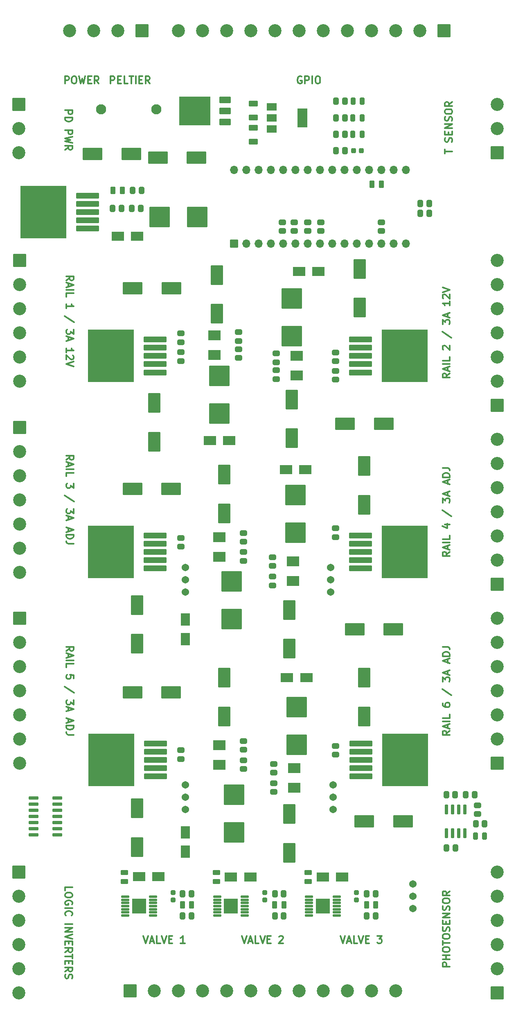
<source format=gts>
G04 #@! TF.GenerationSoftware,KiCad,Pcbnew,(6.0.5-0)*
G04 #@! TF.CreationDate,2023-01-20T14:12:10+00:00*
G04 #@! TF.ProjectId,pipcb,70697063-622e-46b6-9963-61645f706362,rev?*
G04 #@! TF.SameCoordinates,Original*
G04 #@! TF.FileFunction,Soldermask,Top*
G04 #@! TF.FilePolarity,Negative*
%FSLAX46Y46*%
G04 Gerber Fmt 4.6, Leading zero omitted, Abs format (unit mm)*
G04 Created by KiCad (PCBNEW (6.0.5-0)) date 2023-01-20 14:12:10*
%MOMM*%
%LPD*%
G01*
G04 APERTURE LIST*
G04 Aperture macros list*
%AMRoundRect*
0 Rectangle with rounded corners*
0 $1 Rounding radius*
0 $2 $3 $4 $5 $6 $7 $8 $9 X,Y pos of 4 corners*
0 Add a 4 corners polygon primitive as box body*
4,1,4,$2,$3,$4,$5,$6,$7,$8,$9,$2,$3,0*
0 Add four circle primitives for the rounded corners*
1,1,$1+$1,$2,$3*
1,1,$1+$1,$4,$5*
1,1,$1+$1,$6,$7*
1,1,$1+$1,$8,$9*
0 Add four rect primitives between the rounded corners*
20,1,$1+$1,$2,$3,$4,$5,0*
20,1,$1+$1,$4,$5,$6,$7,0*
20,1,$1+$1,$6,$7,$8,$9,0*
20,1,$1+$1,$8,$9,$2,$3,0*%
G04 Aperture macros list end*
%ADD10C,0.300000*%
%ADD11RoundRect,0.300000X-0.450000X0.262500X-0.450000X-0.262500X0.450000X-0.262500X0.450000X0.262500X0*%
%ADD12RoundRect,0.050000X-1.250000X0.950000X-1.250000X-0.950000X1.250000X-0.950000X1.250000X0.950000X0*%
%ADD13RoundRect,0.050000X1.300000X1.300000X-1.300000X1.300000X-1.300000X-1.300000X1.300000X-1.300000X0*%
%ADD14C,2.700000*%
%ADD15RoundRect,0.050000X1.250000X-0.950000X1.250000X0.950000X-1.250000X0.950000X-1.250000X-0.950000X0*%
%ADD16RoundRect,0.050000X1.300000X-1.300000X1.300000X1.300000X-1.300000X1.300000X-1.300000X-1.300000X0*%
%ADD17RoundRect,0.050000X-1.250000X-0.900000X1.250000X-0.900000X1.250000X0.900000X-1.250000X0.900000X0*%
%ADD18RoundRect,0.300000X1.000000X-1.750000X1.000000X1.750000X-1.000000X1.750000X-1.000000X-1.750000X0*%
%ADD19RoundRect,0.300000X0.450000X-0.262500X0.450000X0.262500X-0.450000X0.262500X-0.450000X-0.262500X0*%
%ADD20RoundRect,0.300000X0.475000X-0.250000X0.475000X0.250000X-0.475000X0.250000X-0.475000X-0.250000X0*%
%ADD21RoundRect,0.300000X-1.000000X1.750000X-1.000000X-1.750000X1.000000X-1.750000X1.000000X1.750000X0*%
%ADD22RoundRect,0.300000X-0.262500X-0.450000X0.262500X-0.450000X0.262500X0.450000X-0.262500X0.450000X0*%
%ADD23RoundRect,0.300000X1.750000X1.000000X-1.750000X1.000000X-1.750000X-1.000000X1.750000X-1.000000X0*%
%ADD24RoundRect,0.050000X-2.050000X2.050000X-2.050000X-2.050000X2.050000X-2.050000X2.050000X2.050000X0*%
%ADD25RoundRect,0.300000X-1.750000X-1.000000X1.750000X-1.000000X1.750000X1.000000X-1.750000X1.000000X0*%
%ADD26C,1.540000*%
%ADD27RoundRect,0.275000X-0.250000X0.225000X-0.250000X-0.225000X0.250000X-0.225000X0.250000X0.225000X0*%
%ADD28RoundRect,0.050000X1.250000X0.900000X-1.250000X0.900000X-1.250000X-0.900000X1.250000X-0.900000X0*%
%ADD29RoundRect,0.050000X-2.050000X-2.050000X2.050000X-2.050000X2.050000X2.050000X-2.050000X2.050000X0*%
%ADD30RoundRect,0.050000X-2.300000X-0.550000X2.300000X-0.550000X2.300000X0.550000X-2.300000X0.550000X0*%
%ADD31RoundRect,0.050000X-4.700000X-5.400000X4.700000X-5.400000X4.700000X5.400000X-4.700000X5.400000X0*%
%ADD32RoundRect,0.300000X-0.650000X0.325000X-0.650000X-0.325000X0.650000X-0.325000X0.650000X0.325000X0*%
%ADD33RoundRect,0.300000X-0.250000X-0.475000X0.250000X-0.475000X0.250000X0.475000X-0.250000X0.475000X0*%
%ADD34RoundRect,0.050000X1.100000X0.600000X-1.100000X0.600000X-1.100000X-0.600000X1.100000X-0.600000X0*%
%ADD35RoundRect,0.050000X3.200000X2.900000X-3.200000X2.900000X-3.200000X-2.900000X3.200000X-2.900000X0*%
%ADD36RoundRect,0.293750X0.243750X0.456250X-0.243750X0.456250X-0.243750X-0.456250X0.243750X-0.456250X0*%
%ADD37RoundRect,0.200000X0.150000X-0.825000X0.150000X0.825000X-0.150000X0.825000X-0.150000X-0.825000X0*%
%ADD38RoundRect,0.050000X2.300000X0.550000X-2.300000X0.550000X-2.300000X-0.550000X2.300000X-0.550000X0*%
%ADD39RoundRect,0.050000X4.700000X5.400000X-4.700000X5.400000X-4.700000X-5.400000X4.700000X-5.400000X0*%
%ADD40RoundRect,0.050000X-1.300000X1.300000X-1.300000X-1.300000X1.300000X-1.300000X1.300000X1.300000X0*%
%ADD41R,3.000000X3.100000*%
%ADD42RoundRect,0.150000X0.687500X0.100000X-0.687500X0.100000X-0.687500X-0.100000X0.687500X-0.100000X0*%
%ADD43RoundRect,0.300000X0.650000X-0.325000X0.650000X0.325000X-0.650000X0.325000X-0.650000X-0.325000X0*%
%ADD44RoundRect,0.050000X2.050000X-2.050000X2.050000X2.050000X-2.050000X2.050000X-2.050000X-2.050000X0*%
%ADD45RoundRect,0.200000X-0.825000X-0.150000X0.825000X-0.150000X0.825000X0.150000X-0.825000X0.150000X0*%
%ADD46RoundRect,0.050000X-1.300000X-1.300000X1.300000X-1.300000X1.300000X1.300000X-1.300000X1.300000X0*%
%ADD47RoundRect,0.050000X-1.000000X-0.750000X1.000000X-0.750000X1.000000X0.750000X-1.000000X0.750000X0*%
%ADD48RoundRect,0.050000X-1.000000X-1.900000X1.000000X-1.900000X1.000000X1.900000X-1.000000X1.900000X0*%
%ADD49RoundRect,0.293750X-0.243750X-0.456250X0.243750X-0.456250X0.243750X0.456250X-0.243750X0.456250X0*%
%ADD50RoundRect,0.300000X0.262500X0.450000X-0.262500X0.450000X-0.262500X-0.450000X0.262500X-0.450000X0*%
%ADD51RoundRect,0.268750X0.218750X0.256250X-0.218750X0.256250X-0.218750X-0.256250X0.218750X-0.256250X0*%
%ADD52C,2.100000*%
%ADD53RoundRect,0.050000X-0.900000X1.250000X-0.900000X-1.250000X0.900000X-1.250000X0.900000X1.250000X0*%
%ADD54RoundRect,0.050000X0.800000X-0.800000X0.800000X0.800000X-0.800000X0.800000X-0.800000X-0.800000X0*%
%ADD55O,1.700000X1.700000*%
%ADD56RoundRect,0.300000X0.250000X0.475000X-0.250000X0.475000X-0.250000X-0.475000X0.250000X-0.475000X0*%
G04 APERTURE END LIST*
D10*
X51642857Y-152678571D02*
X52142857Y-154178571D01*
X52642857Y-152678571D01*
X53071428Y-153750000D02*
X53785714Y-153750000D01*
X52928571Y-154178571D02*
X53428571Y-152678571D01*
X53928571Y-154178571D01*
X55142857Y-154178571D02*
X54428571Y-154178571D01*
X54428571Y-152678571D01*
X55428571Y-152678571D02*
X55928571Y-154178571D01*
X56428571Y-152678571D01*
X56928571Y-153392857D02*
X57428571Y-153392857D01*
X57642857Y-154178571D02*
X56928571Y-154178571D01*
X56928571Y-152678571D01*
X57642857Y-152678571D01*
X59357142Y-152821428D02*
X59428571Y-152750000D01*
X59571428Y-152678571D01*
X59928571Y-152678571D01*
X60071428Y-152750000D01*
X60142857Y-152821428D01*
X60214285Y-152964285D01*
X60214285Y-153107142D01*
X60142857Y-153321428D01*
X59285714Y-154178571D01*
X60214285Y-154178571D01*
X31267857Y-152678571D02*
X31767857Y-154178571D01*
X32267857Y-152678571D01*
X32696428Y-153750000D02*
X33410714Y-153750000D01*
X32553571Y-154178571D02*
X33053571Y-152678571D01*
X33553571Y-154178571D01*
X34767857Y-154178571D02*
X34053571Y-154178571D01*
X34053571Y-152678571D01*
X35053571Y-152678571D02*
X35553571Y-154178571D01*
X36053571Y-152678571D01*
X36553571Y-153392857D02*
X37053571Y-153392857D01*
X37267857Y-154178571D02*
X36553571Y-154178571D01*
X36553571Y-152678571D01*
X37267857Y-152678571D01*
X39839285Y-154178571D02*
X38982142Y-154178571D01*
X39410714Y-154178571D02*
X39410714Y-152678571D01*
X39267857Y-152892857D01*
X39125000Y-153035714D01*
X38982142Y-153107142D01*
X15321428Y-93749999D02*
X16035714Y-93249999D01*
X15321428Y-92892856D02*
X16821428Y-92892856D01*
X16821428Y-93464284D01*
X16750000Y-93607141D01*
X16678571Y-93678570D01*
X16535714Y-93749999D01*
X16321428Y-93749999D01*
X16178571Y-93678570D01*
X16107142Y-93607141D01*
X16035714Y-93464284D01*
X16035714Y-92892856D01*
X15750000Y-94321427D02*
X15750000Y-95035713D01*
X15321428Y-94178570D02*
X16821428Y-94678570D01*
X15321428Y-95178570D01*
X15321428Y-95678570D02*
X16821428Y-95678570D01*
X15321428Y-97107141D02*
X15321428Y-96392856D01*
X16821428Y-96392856D01*
X16821428Y-99464284D02*
X16821428Y-98749999D01*
X16107142Y-98678570D01*
X16178571Y-98749999D01*
X16250000Y-98892856D01*
X16250000Y-99249999D01*
X16178571Y-99392856D01*
X16107142Y-99464284D01*
X15964285Y-99535713D01*
X15607142Y-99535713D01*
X15464285Y-99464284D01*
X15392857Y-99392856D01*
X15321428Y-99249999D01*
X15321428Y-98892856D01*
X15392857Y-98749999D01*
X15464285Y-98678570D01*
X16892857Y-102392856D02*
X14964285Y-101107141D01*
X16821428Y-103892856D02*
X16821428Y-104821427D01*
X16250000Y-104321427D01*
X16250000Y-104535713D01*
X16178571Y-104678570D01*
X16107142Y-104749999D01*
X15964285Y-104821427D01*
X15607142Y-104821427D01*
X15464285Y-104749999D01*
X15392857Y-104678570D01*
X15321428Y-104535713D01*
X15321428Y-104107141D01*
X15392857Y-103964284D01*
X15464285Y-103892856D01*
X15750000Y-105392856D02*
X15750000Y-106107141D01*
X15321428Y-105249999D02*
X16821428Y-105749999D01*
X15321428Y-106249999D01*
X15749999Y-107821427D02*
X15749999Y-108535713D01*
X15321428Y-107678570D02*
X16821428Y-108178570D01*
X15321428Y-108678570D01*
X15321428Y-109178570D02*
X16821428Y-109178570D01*
X16821428Y-109535713D01*
X16749999Y-109749999D01*
X16607142Y-109892856D01*
X16464285Y-109964284D01*
X16178571Y-110035713D01*
X15964285Y-110035713D01*
X15678571Y-109964284D01*
X15535714Y-109892856D01*
X15392857Y-109749999D01*
X15321428Y-109535713D01*
X15321428Y-109178570D01*
X16821428Y-111107141D02*
X15749999Y-111107141D01*
X15535714Y-111035713D01*
X15392857Y-110892856D01*
X15321428Y-110678570D01*
X15321428Y-110535713D01*
X15321428Y-54250000D02*
X16035714Y-53750000D01*
X15321428Y-53392857D02*
X16821428Y-53392857D01*
X16821428Y-53964285D01*
X16750000Y-54107142D01*
X16678571Y-54178571D01*
X16535714Y-54250000D01*
X16321428Y-54250000D01*
X16178571Y-54178571D01*
X16107142Y-54107142D01*
X16035714Y-53964285D01*
X16035714Y-53392857D01*
X15750000Y-54821428D02*
X15750000Y-55535714D01*
X15321428Y-54678571D02*
X16821428Y-55178571D01*
X15321428Y-55678571D01*
X15321428Y-56178571D02*
X16821428Y-56178571D01*
X15321428Y-57607142D02*
X15321428Y-56892857D01*
X16821428Y-56892857D01*
X16821428Y-59107142D02*
X16821428Y-60035714D01*
X16250000Y-59535714D01*
X16250000Y-59750000D01*
X16178571Y-59892857D01*
X16107142Y-59964285D01*
X15964285Y-60035714D01*
X15607142Y-60035714D01*
X15464285Y-59964285D01*
X15392857Y-59892857D01*
X15321428Y-59750000D01*
X15321428Y-59321428D01*
X15392857Y-59178571D01*
X15464285Y-59107142D01*
X16892857Y-62892857D02*
X14964285Y-61607142D01*
X16821428Y-64392857D02*
X16821428Y-65321428D01*
X16250000Y-64821428D01*
X16250000Y-65035714D01*
X16178571Y-65178571D01*
X16107142Y-65250000D01*
X15964285Y-65321428D01*
X15607142Y-65321428D01*
X15464285Y-65250000D01*
X15392857Y-65178571D01*
X15321428Y-65035714D01*
X15321428Y-64607142D01*
X15392857Y-64464285D01*
X15464285Y-64392857D01*
X15750000Y-65892857D02*
X15750000Y-66607142D01*
X15321428Y-65750000D02*
X16821428Y-66250000D01*
X15321428Y-66750000D01*
X15749999Y-68321428D02*
X15749999Y-69035714D01*
X15321428Y-68178571D02*
X16821428Y-68678571D01*
X15321428Y-69178571D01*
X15321428Y-69678571D02*
X16821428Y-69678571D01*
X16821428Y-70035714D01*
X16749999Y-70250000D01*
X16607142Y-70392857D01*
X16464285Y-70464285D01*
X16178571Y-70535714D01*
X15964285Y-70535714D01*
X15678571Y-70464285D01*
X15535714Y-70392857D01*
X15392857Y-70250000D01*
X15321428Y-70035714D01*
X15321428Y-69678571D01*
X16821428Y-71607142D02*
X15749999Y-71607142D01*
X15535714Y-71535714D01*
X15392857Y-71392857D01*
X15321428Y-71178571D01*
X15321428Y-71035714D01*
X94678571Y-110250000D02*
X93964285Y-110750000D01*
X94678571Y-111107142D02*
X93178571Y-111107142D01*
X93178571Y-110535714D01*
X93250000Y-110392857D01*
X93321428Y-110321428D01*
X93464285Y-110250000D01*
X93678571Y-110250000D01*
X93821428Y-110321428D01*
X93892857Y-110392857D01*
X93964285Y-110535714D01*
X93964285Y-111107142D01*
X94250000Y-109678571D02*
X94250000Y-108964285D01*
X94678571Y-109821428D02*
X93178571Y-109321428D01*
X94678571Y-108821428D01*
X94678571Y-108321428D02*
X93178571Y-108321428D01*
X94678571Y-106892857D02*
X94678571Y-107607142D01*
X93178571Y-107607142D01*
X93178571Y-104607142D02*
X93178571Y-104892857D01*
X93250000Y-105035714D01*
X93321428Y-105107142D01*
X93535714Y-105250000D01*
X93821428Y-105321428D01*
X94392857Y-105321428D01*
X94535714Y-105250000D01*
X94607142Y-105178571D01*
X94678571Y-105035714D01*
X94678571Y-104750000D01*
X94607142Y-104607142D01*
X94535714Y-104535714D01*
X94392857Y-104464285D01*
X94035714Y-104464285D01*
X93892857Y-104535714D01*
X93821428Y-104607142D01*
X93750000Y-104750000D01*
X93750000Y-105035714D01*
X93821428Y-105178571D01*
X93892857Y-105250000D01*
X94035714Y-105321428D01*
X93107142Y-101607142D02*
X95035714Y-102892857D01*
X93178571Y-100107142D02*
X93178571Y-99178571D01*
X93750000Y-99678571D01*
X93750000Y-99464285D01*
X93821428Y-99321428D01*
X93892857Y-99250000D01*
X94035714Y-99178571D01*
X94392857Y-99178571D01*
X94535714Y-99250000D01*
X94607142Y-99321428D01*
X94678571Y-99464285D01*
X94678571Y-99892857D01*
X94607142Y-100035714D01*
X94535714Y-100107142D01*
X94250000Y-98607142D02*
X94250000Y-97892857D01*
X94678571Y-98750000D02*
X93178571Y-98250000D01*
X94678571Y-97750000D01*
X94250000Y-96178571D02*
X94250000Y-95464285D01*
X94678571Y-96321428D02*
X93178571Y-95821428D01*
X94678571Y-95321428D01*
X94678571Y-94821428D02*
X93178571Y-94821428D01*
X93178571Y-94464285D01*
X93250000Y-94250000D01*
X93392857Y-94107142D01*
X93535714Y-94035714D01*
X93821428Y-93964285D01*
X94035714Y-93964285D01*
X94321428Y-94035714D01*
X94464285Y-94107142D01*
X94607142Y-94250000D01*
X94678571Y-94464285D01*
X94678571Y-94821428D01*
X93178571Y-92892857D02*
X94250000Y-92892857D01*
X94464285Y-92964285D01*
X94607142Y-93107142D01*
X94678571Y-93321428D01*
X94678571Y-93464285D01*
X15071428Y18071428D02*
X16571428Y18071428D01*
X16571428Y17500000D01*
X16500000Y17357142D01*
X16428571Y17285714D01*
X16285714Y17214285D01*
X16071428Y17214285D01*
X15928571Y17285714D01*
X15857142Y17357142D01*
X15785714Y17500000D01*
X15785714Y18071428D01*
X15071428Y16571428D02*
X16571428Y16571428D01*
X16571428Y16214285D01*
X16500000Y16000000D01*
X16357142Y15857142D01*
X16214285Y15785714D01*
X15928571Y15714285D01*
X15714285Y15714285D01*
X15428571Y15785714D01*
X15285714Y15857142D01*
X15142857Y16000000D01*
X15071428Y16214285D01*
X15071428Y16571428D01*
X15071428Y13928571D02*
X16571428Y13928571D01*
X16571428Y13357142D01*
X16500000Y13214285D01*
X16428571Y13142857D01*
X16285714Y13071428D01*
X16071428Y13071428D01*
X15928571Y13142857D01*
X15857142Y13214285D01*
X15785714Y13357142D01*
X15785714Y13928571D01*
X16571428Y12571428D02*
X15071428Y12214285D01*
X16142857Y11928571D01*
X15071428Y11642857D01*
X16571428Y11285714D01*
X15071428Y9857142D02*
X15785714Y10357142D01*
X15071428Y10714285D02*
X16571428Y10714285D01*
X16571428Y10142857D01*
X16500000Y10000000D01*
X16428571Y9928571D01*
X16285714Y9857142D01*
X16071428Y9857142D01*
X15928571Y9928571D01*
X15857142Y10000000D01*
X15785714Y10142857D01*
X15785714Y10714285D01*
X72017857Y-152678571D02*
X72517857Y-154178571D01*
X73017857Y-152678571D01*
X73446428Y-153750000D02*
X74160714Y-153750000D01*
X73303571Y-154178571D02*
X73803571Y-152678571D01*
X74303571Y-154178571D01*
X75517857Y-154178571D02*
X74803571Y-154178571D01*
X74803571Y-152678571D01*
X75803571Y-152678571D02*
X76303571Y-154178571D01*
X76803571Y-152678571D01*
X77303571Y-153392857D02*
X77803571Y-153392857D01*
X78017857Y-154178571D02*
X77303571Y-154178571D01*
X77303571Y-152678571D01*
X78017857Y-152678571D01*
X79660714Y-152678571D02*
X80589285Y-152678571D01*
X80089285Y-153250000D01*
X80303571Y-153250000D01*
X80446428Y-153321428D01*
X80517857Y-153392857D01*
X80589285Y-153535714D01*
X80589285Y-153892857D01*
X80517857Y-154035714D01*
X80446428Y-154107142D01*
X80303571Y-154178571D01*
X79875000Y-154178571D01*
X79732142Y-154107142D01*
X79660714Y-154035714D01*
X24464285Y23571428D02*
X24464285Y25071428D01*
X25035714Y25071428D01*
X25178571Y25000000D01*
X25250000Y24928571D01*
X25321428Y24785714D01*
X25321428Y24571428D01*
X25250000Y24428571D01*
X25178571Y24357142D01*
X25035714Y24285714D01*
X24464285Y24285714D01*
X25964285Y24357142D02*
X26464285Y24357142D01*
X26678571Y23571428D02*
X25964285Y23571428D01*
X25964285Y25071428D01*
X26678571Y25071428D01*
X28035714Y23571428D02*
X27321428Y23571428D01*
X27321428Y25071428D01*
X28321428Y25071428D02*
X29178571Y25071428D01*
X28750000Y23571428D02*
X28750000Y25071428D01*
X29678571Y23571428D02*
X29678571Y25071428D01*
X30392857Y24357142D02*
X30892857Y24357142D01*
X31107142Y23571428D02*
X30392857Y23571428D01*
X30392857Y25071428D01*
X31107142Y25071428D01*
X32607142Y23571428D02*
X32107142Y24285714D01*
X31750000Y23571428D02*
X31750000Y25071428D01*
X32321428Y25071428D01*
X32464285Y25000000D01*
X32535714Y24928571D01*
X32607142Y24785714D01*
X32607142Y24571428D01*
X32535714Y24428571D01*
X32464285Y24357142D01*
X32321428Y24285714D01*
X31750000Y24285714D01*
X15035714Y23571428D02*
X15035714Y25071428D01*
X15607142Y25071428D01*
X15750000Y25000000D01*
X15821428Y24928571D01*
X15892857Y24785714D01*
X15892857Y24571428D01*
X15821428Y24428571D01*
X15750000Y24357142D01*
X15607142Y24285714D01*
X15035714Y24285714D01*
X16821428Y25071428D02*
X17107142Y25071428D01*
X17250000Y25000000D01*
X17392857Y24857142D01*
X17464285Y24571428D01*
X17464285Y24071428D01*
X17392857Y23785714D01*
X17250000Y23642857D01*
X17107142Y23571428D01*
X16821428Y23571428D01*
X16678571Y23642857D01*
X16535714Y23785714D01*
X16464285Y24071428D01*
X16464285Y24571428D01*
X16535714Y24857142D01*
X16678571Y25000000D01*
X16821428Y25071428D01*
X17964285Y25071428D02*
X18321428Y23571428D01*
X18607142Y24642857D01*
X18892857Y23571428D01*
X19250000Y25071428D01*
X19821428Y24357142D02*
X20321428Y24357142D01*
X20535714Y23571428D02*
X19821428Y23571428D01*
X19821428Y25071428D01*
X20535714Y25071428D01*
X22035714Y23571428D02*
X21535714Y24285714D01*
X21178571Y23571428D02*
X21178571Y25071428D01*
X21750000Y25071428D01*
X21892857Y25000000D01*
X21964285Y24928571D01*
X22035714Y24785714D01*
X22035714Y24571428D01*
X21964285Y24428571D01*
X21892857Y24357142D01*
X21750000Y24285714D01*
X21178571Y24285714D01*
X64000000Y25000000D02*
X63857142Y25071428D01*
X63642857Y25071428D01*
X63428571Y25000000D01*
X63285714Y24857142D01*
X63214285Y24714285D01*
X63142857Y24428571D01*
X63142857Y24214285D01*
X63214285Y23928571D01*
X63285714Y23785714D01*
X63428571Y23642857D01*
X63642857Y23571428D01*
X63785714Y23571428D01*
X64000000Y23642857D01*
X64071428Y23714285D01*
X64071428Y24214285D01*
X63785714Y24214285D01*
X64714285Y23571428D02*
X64714285Y25071428D01*
X65285714Y25071428D01*
X65428571Y25000000D01*
X65500000Y24928571D01*
X65571428Y24785714D01*
X65571428Y24571428D01*
X65500000Y24428571D01*
X65428571Y24357142D01*
X65285714Y24285714D01*
X64714285Y24285714D01*
X66214285Y23571428D02*
X66214285Y25071428D01*
X67214285Y25071428D02*
X67500000Y25071428D01*
X67642857Y25000000D01*
X67785714Y24857142D01*
X67857142Y24571428D01*
X67857142Y24071428D01*
X67785714Y23785714D01*
X67642857Y23642857D01*
X67500000Y23571428D01*
X67214285Y23571428D01*
X67071428Y23642857D01*
X66928571Y23785714D01*
X66857142Y24071428D01*
X66857142Y24571428D01*
X66928571Y24857142D01*
X67071428Y25000000D01*
X67214285Y25071428D01*
X94678571Y-36357143D02*
X93964285Y-36857143D01*
X94678571Y-37214286D02*
X93178571Y-37214286D01*
X93178571Y-36642858D01*
X93250000Y-36500001D01*
X93321428Y-36428572D01*
X93464285Y-36357143D01*
X93678571Y-36357143D01*
X93821428Y-36428572D01*
X93892857Y-36500001D01*
X93964285Y-36642858D01*
X93964285Y-37214286D01*
X94250000Y-35785715D02*
X94250000Y-35071429D01*
X94678571Y-35928572D02*
X93178571Y-35428572D01*
X94678571Y-34928572D01*
X94678571Y-34428572D02*
X93178571Y-34428572D01*
X94678571Y-33000001D02*
X94678571Y-33714286D01*
X93178571Y-33714286D01*
X93321428Y-31428572D02*
X93250000Y-31357143D01*
X93178571Y-31214286D01*
X93178571Y-30857143D01*
X93250000Y-30714286D01*
X93321428Y-30642858D01*
X93464285Y-30571429D01*
X93607142Y-30571429D01*
X93821428Y-30642858D01*
X94678571Y-31500001D01*
X94678571Y-30571429D01*
X93107142Y-27714286D02*
X95035714Y-29000001D01*
X93178571Y-26214286D02*
X93178571Y-25285715D01*
X93750000Y-25785715D01*
X93750000Y-25571429D01*
X93821428Y-25428572D01*
X93892857Y-25357143D01*
X94035714Y-25285715D01*
X94392857Y-25285715D01*
X94535714Y-25357143D01*
X94607142Y-25428572D01*
X94678571Y-25571429D01*
X94678571Y-26000001D01*
X94607142Y-26142858D01*
X94535714Y-26214286D01*
X94250000Y-24714286D02*
X94250000Y-24000001D01*
X94678571Y-24857143D02*
X93178571Y-24357143D01*
X94678571Y-23857143D01*
X94678571Y-21428572D02*
X94678571Y-22285715D01*
X94678571Y-21857143D02*
X93178571Y-21857143D01*
X93392857Y-22000001D01*
X93535714Y-22142858D01*
X93607142Y-22285715D01*
X93321428Y-20857143D02*
X93250000Y-20785715D01*
X93178571Y-20642858D01*
X93178571Y-20285715D01*
X93250000Y-20142858D01*
X93321428Y-20071429D01*
X93464285Y-20000001D01*
X93607142Y-20000001D01*
X93821428Y-20071429D01*
X94678571Y-20928572D01*
X94678571Y-20000001D01*
X93178571Y-19571429D02*
X94678571Y-19071429D01*
X93178571Y-18571429D01*
X94678571Y-159000000D02*
X93178571Y-159000000D01*
X93178571Y-158428571D01*
X93250000Y-158285714D01*
X93321428Y-158214285D01*
X93464285Y-158142857D01*
X93678571Y-158142857D01*
X93821428Y-158214285D01*
X93892857Y-158285714D01*
X93964285Y-158428571D01*
X93964285Y-159000000D01*
X94678571Y-157500000D02*
X93178571Y-157500000D01*
X93892857Y-157500000D02*
X93892857Y-156642857D01*
X94678571Y-156642857D02*
X93178571Y-156642857D01*
X93178571Y-155642857D02*
X93178571Y-155357142D01*
X93250000Y-155214285D01*
X93392857Y-155071428D01*
X93678571Y-155000000D01*
X94178571Y-155000000D01*
X94464285Y-155071428D01*
X94607142Y-155214285D01*
X94678571Y-155357142D01*
X94678571Y-155642857D01*
X94607142Y-155785714D01*
X94464285Y-155928571D01*
X94178571Y-156000000D01*
X93678571Y-156000000D01*
X93392857Y-155928571D01*
X93250000Y-155785714D01*
X93178571Y-155642857D01*
X93178571Y-154571428D02*
X93178571Y-153714285D01*
X94678571Y-154142857D02*
X93178571Y-154142857D01*
X93178571Y-152928571D02*
X93178571Y-152642857D01*
X93250000Y-152500000D01*
X93392857Y-152357142D01*
X93678571Y-152285714D01*
X94178571Y-152285714D01*
X94464285Y-152357142D01*
X94607142Y-152500000D01*
X94678571Y-152642857D01*
X94678571Y-152928571D01*
X94607142Y-153071428D01*
X94464285Y-153214285D01*
X94178571Y-153285714D01*
X93678571Y-153285714D01*
X93392857Y-153214285D01*
X93250000Y-153071428D01*
X93178571Y-152928571D01*
X94607142Y-151714285D02*
X94678571Y-151500000D01*
X94678571Y-151142857D01*
X94607142Y-151000000D01*
X94535714Y-150928571D01*
X94392857Y-150857142D01*
X94250000Y-150857142D01*
X94107142Y-150928571D01*
X94035714Y-151000000D01*
X93964285Y-151142857D01*
X93892857Y-151428571D01*
X93821428Y-151571428D01*
X93750000Y-151642857D01*
X93607142Y-151714285D01*
X93464285Y-151714285D01*
X93321428Y-151642857D01*
X93250000Y-151571428D01*
X93178571Y-151428571D01*
X93178571Y-151071428D01*
X93250000Y-150857142D01*
X93892857Y-150214285D02*
X93892857Y-149714285D01*
X94678571Y-149500000D02*
X94678571Y-150214285D01*
X93178571Y-150214285D01*
X93178571Y-149500000D01*
X94678571Y-148857142D02*
X93178571Y-148857142D01*
X94678571Y-148000000D01*
X93178571Y-148000000D01*
X94607142Y-147357142D02*
X94678571Y-147142857D01*
X94678571Y-146785714D01*
X94607142Y-146642857D01*
X94535714Y-146571428D01*
X94392857Y-146500000D01*
X94250000Y-146500000D01*
X94107142Y-146571428D01*
X94035714Y-146642857D01*
X93964285Y-146785714D01*
X93892857Y-147071428D01*
X93821428Y-147214285D01*
X93750000Y-147285714D01*
X93607142Y-147357142D01*
X93464285Y-147357142D01*
X93321428Y-147285714D01*
X93250000Y-147214285D01*
X93178571Y-147071428D01*
X93178571Y-146714285D01*
X93250000Y-146500000D01*
X93178571Y-145571428D02*
X93178571Y-145285714D01*
X93250000Y-145142857D01*
X93392857Y-145000000D01*
X93678571Y-144928571D01*
X94178571Y-144928571D01*
X94464285Y-145000000D01*
X94607142Y-145142857D01*
X94678571Y-145285714D01*
X94678571Y-145571428D01*
X94607142Y-145714285D01*
X94464285Y-145857142D01*
X94178571Y-145928571D01*
X93678571Y-145928571D01*
X93392857Y-145857142D01*
X93250000Y-145714285D01*
X93178571Y-145571428D01*
X94678571Y-143428571D02*
X93964285Y-143928571D01*
X94678571Y-144285714D02*
X93178571Y-144285714D01*
X93178571Y-143714285D01*
X93250000Y-143571428D01*
X93321428Y-143500000D01*
X93464285Y-143428571D01*
X93678571Y-143428571D01*
X93821428Y-143500000D01*
X93892857Y-143571428D01*
X93964285Y-143714285D01*
X93964285Y-144285714D01*
X15071428Y-143321428D02*
X15071428Y-142607142D01*
X16571428Y-142607142D01*
X16571428Y-144107142D02*
X16571428Y-144392857D01*
X16500000Y-144535714D01*
X16357142Y-144678571D01*
X16071428Y-144750000D01*
X15571428Y-144750000D01*
X15285714Y-144678571D01*
X15142857Y-144535714D01*
X15071428Y-144392857D01*
X15071428Y-144107142D01*
X15142857Y-143964285D01*
X15285714Y-143821428D01*
X15571428Y-143750000D01*
X16071428Y-143750000D01*
X16357142Y-143821428D01*
X16500000Y-143964285D01*
X16571428Y-144107142D01*
X16500000Y-146178571D02*
X16571428Y-146035714D01*
X16571428Y-145821428D01*
X16500000Y-145607142D01*
X16357142Y-145464285D01*
X16214285Y-145392857D01*
X15928571Y-145321428D01*
X15714285Y-145321428D01*
X15428571Y-145392857D01*
X15285714Y-145464285D01*
X15142857Y-145607142D01*
X15071428Y-145821428D01*
X15071428Y-145964285D01*
X15142857Y-146178571D01*
X15214285Y-146250000D01*
X15714285Y-146250000D01*
X15714285Y-145964285D01*
X15071428Y-146892857D02*
X16571428Y-146892857D01*
X15214285Y-148464285D02*
X15142857Y-148392857D01*
X15071428Y-148178571D01*
X15071428Y-148035714D01*
X15142857Y-147821428D01*
X15285714Y-147678571D01*
X15428571Y-147607142D01*
X15714285Y-147535714D01*
X15928571Y-147535714D01*
X16214285Y-147607142D01*
X16357142Y-147678571D01*
X16500000Y-147821428D01*
X16571428Y-148035714D01*
X16571428Y-148178571D01*
X16500000Y-148392857D01*
X16428571Y-148464285D01*
X15071428Y-150250000D02*
X16571428Y-150250000D01*
X15071428Y-150964285D02*
X16571428Y-150964285D01*
X15071428Y-151821428D01*
X16571428Y-151821428D01*
X16571428Y-152321428D02*
X15071428Y-152821428D01*
X16571428Y-153321428D01*
X15857142Y-153821428D02*
X15857142Y-154321428D01*
X15071428Y-154535714D02*
X15071428Y-153821428D01*
X16571428Y-153821428D01*
X16571428Y-154535714D01*
X15071428Y-156035714D02*
X15785714Y-155535714D01*
X15071428Y-155178571D02*
X16571428Y-155178571D01*
X16571428Y-155750000D01*
X16500000Y-155892857D01*
X16428571Y-155964285D01*
X16285714Y-156035714D01*
X16071428Y-156035714D01*
X15928571Y-155964285D01*
X15857142Y-155892857D01*
X15785714Y-155750000D01*
X15785714Y-155178571D01*
X16571428Y-156464285D02*
X16571428Y-157321428D01*
X15071428Y-156892857D02*
X16571428Y-156892857D01*
X15857142Y-157821428D02*
X15857142Y-158321428D01*
X15071428Y-158535714D02*
X15071428Y-157821428D01*
X16571428Y-157821428D01*
X16571428Y-158535714D01*
X15071428Y-160035714D02*
X15785714Y-159535714D01*
X15071428Y-159178571D02*
X16571428Y-159178571D01*
X16571428Y-159750000D01*
X16499999Y-159892857D01*
X16428571Y-159964285D01*
X16285714Y-160035714D01*
X16071428Y-160035714D01*
X15928571Y-159964285D01*
X15857142Y-159892857D01*
X15785714Y-159750000D01*
X15785714Y-159178571D01*
X15142857Y-160607142D02*
X15071428Y-160821428D01*
X15071428Y-161178571D01*
X15142857Y-161321428D01*
X15214285Y-161392857D01*
X15357142Y-161464285D01*
X15499999Y-161464285D01*
X15642857Y-161392857D01*
X15714285Y-161321428D01*
X15785714Y-161178571D01*
X15857142Y-160892857D01*
X15928571Y-160750000D01*
X15999999Y-160678571D01*
X16142857Y-160607142D01*
X16285714Y-160607142D01*
X16428571Y-160678571D01*
X16499999Y-160750000D01*
X16571428Y-160892857D01*
X16571428Y-161250000D01*
X16499999Y-161464285D01*
X15321428Y-17142858D02*
X16035714Y-16642858D01*
X15321428Y-16285715D02*
X16821428Y-16285715D01*
X16821428Y-16857143D01*
X16750000Y-17000001D01*
X16678571Y-17071429D01*
X16535714Y-17142858D01*
X16321428Y-17142858D01*
X16178571Y-17071429D01*
X16107142Y-17000001D01*
X16035714Y-16857143D01*
X16035714Y-16285715D01*
X15750000Y-17714286D02*
X15750000Y-18428572D01*
X15321428Y-17571429D02*
X16821428Y-18071429D01*
X15321428Y-18571429D01*
X15321428Y-19071429D02*
X16821428Y-19071429D01*
X15321428Y-20500001D02*
X15321428Y-19785715D01*
X16821428Y-19785715D01*
X15321428Y-22928572D02*
X15321428Y-22071429D01*
X15321428Y-22500001D02*
X16821428Y-22500001D01*
X16607142Y-22357143D01*
X16464285Y-22214286D01*
X16392857Y-22071429D01*
X16892857Y-25785715D02*
X14964285Y-24500000D01*
X16821428Y-27285715D02*
X16821428Y-28214286D01*
X16250000Y-27714286D01*
X16250000Y-27928572D01*
X16178571Y-28071429D01*
X16107142Y-28142858D01*
X15964285Y-28214286D01*
X15607142Y-28214286D01*
X15464285Y-28142858D01*
X15392857Y-28071429D01*
X15321428Y-27928572D01*
X15321428Y-27500001D01*
X15392857Y-27357143D01*
X15464285Y-27285715D01*
X15750000Y-28785715D02*
X15750000Y-29500001D01*
X15321428Y-28642858D02*
X16821428Y-29142858D01*
X15321428Y-29642858D01*
X15321428Y-32071429D02*
X15321428Y-31214286D01*
X15321428Y-31642858D02*
X16821428Y-31642858D01*
X16607142Y-31500001D01*
X16464285Y-31357143D01*
X16392857Y-31214286D01*
X16678571Y-32642858D02*
X16749999Y-32714286D01*
X16821428Y-32857143D01*
X16821428Y-33214286D01*
X16749999Y-33357143D01*
X16678571Y-33428572D01*
X16535714Y-33500001D01*
X16392857Y-33500001D01*
X16178571Y-33428572D01*
X15321428Y-32571429D01*
X15321428Y-33500001D01*
X16821428Y-33928572D02*
X15321428Y-34428572D01*
X16821428Y-34928572D01*
X94678571Y-73250001D02*
X93964285Y-73750001D01*
X94678571Y-74107143D02*
X93178571Y-74107143D01*
X93178571Y-73535715D01*
X93250000Y-73392858D01*
X93321428Y-73321429D01*
X93464285Y-73250001D01*
X93678571Y-73250001D01*
X93821428Y-73321429D01*
X93892857Y-73392858D01*
X93964285Y-73535715D01*
X93964285Y-74107143D01*
X94250000Y-72678572D02*
X94250000Y-71964286D01*
X94678571Y-72821429D02*
X93178571Y-72321429D01*
X94678571Y-71821429D01*
X94678571Y-71321429D02*
X93178571Y-71321429D01*
X94678571Y-69892858D02*
X94678571Y-70607143D01*
X93178571Y-70607143D01*
X93678571Y-67607143D02*
X94678571Y-67607143D01*
X93107142Y-67964286D02*
X94178571Y-68321429D01*
X94178571Y-67392858D01*
X93107142Y-64607143D02*
X95035714Y-65892858D01*
X93178571Y-63107143D02*
X93178571Y-62178572D01*
X93750000Y-62678572D01*
X93750000Y-62464286D01*
X93821428Y-62321429D01*
X93892857Y-62250001D01*
X94035714Y-62178572D01*
X94392857Y-62178572D01*
X94535714Y-62250001D01*
X94607142Y-62321429D01*
X94678571Y-62464286D01*
X94678571Y-62892858D01*
X94607142Y-63035715D01*
X94535714Y-63107143D01*
X94250000Y-61607143D02*
X94250000Y-60892858D01*
X94678571Y-61750001D02*
X93178571Y-61250001D01*
X94678571Y-60750001D01*
X94250000Y-59178572D02*
X94250000Y-58464286D01*
X94678571Y-59321429D02*
X93178571Y-58821429D01*
X94678571Y-58321429D01*
X94678571Y-57821429D02*
X93178571Y-57821429D01*
X93178571Y-57464286D01*
X93250000Y-57250001D01*
X93392857Y-57107143D01*
X93535714Y-57035715D01*
X93821428Y-56964286D01*
X94035714Y-56964286D01*
X94321428Y-57035715D01*
X94464285Y-57107143D01*
X94607142Y-57250001D01*
X94678571Y-57464286D01*
X94678571Y-57821429D01*
X93178571Y-55892858D02*
X94250000Y-55892858D01*
X94464285Y-55964286D01*
X94607142Y-56107143D01*
X94678571Y-56321429D01*
X94678571Y-56464286D01*
X93678571Y9071428D02*
X93678571Y9928571D01*
X95178571Y9500000D02*
X93678571Y9500000D01*
X95107142Y11500000D02*
X95178571Y11714285D01*
X95178571Y12071428D01*
X95107142Y12214285D01*
X95035714Y12285714D01*
X94892857Y12357142D01*
X94750000Y12357142D01*
X94607142Y12285714D01*
X94535714Y12214285D01*
X94464285Y12071428D01*
X94392857Y11785714D01*
X94321428Y11642857D01*
X94250000Y11571428D01*
X94107142Y11500000D01*
X93964285Y11500000D01*
X93821428Y11571428D01*
X93750000Y11642857D01*
X93678571Y11785714D01*
X93678571Y12142857D01*
X93750000Y12357142D01*
X94392857Y13000000D02*
X94392857Y13500000D01*
X95178571Y13714285D02*
X95178571Y13000000D01*
X93678571Y13000000D01*
X93678571Y13714285D01*
X95178571Y14357142D02*
X93678571Y14357142D01*
X95178571Y15214285D01*
X93678571Y15214285D01*
X95107142Y15857142D02*
X95178571Y16071428D01*
X95178571Y16428571D01*
X95107142Y16571428D01*
X95035714Y16642857D01*
X94892857Y16714285D01*
X94750000Y16714285D01*
X94607142Y16642857D01*
X94535714Y16571428D01*
X94464285Y16428571D01*
X94392857Y16142857D01*
X94321428Y16000000D01*
X94250000Y15928571D01*
X94107142Y15857142D01*
X93964285Y15857142D01*
X93821428Y15928571D01*
X93750000Y16000000D01*
X93678571Y16142857D01*
X93678571Y16500000D01*
X93750000Y16714285D01*
X93678571Y17642857D02*
X93678571Y17928571D01*
X93750000Y18071428D01*
X93892857Y18214285D01*
X94178571Y18285714D01*
X94678571Y18285714D01*
X94964285Y18214285D01*
X95107142Y18071428D01*
X95178571Y17928571D01*
X95178571Y17642857D01*
X95107142Y17500000D01*
X94964285Y17357142D01*
X94678571Y17285714D01*
X94178571Y17285714D01*
X93892857Y17357142D01*
X93750000Y17500000D01*
X93678571Y17642857D01*
X95178571Y19785714D02*
X94464285Y19285714D01*
X95178571Y18928571D02*
X93678571Y18928571D01*
X93678571Y19500000D01*
X93750000Y19642857D01*
X93821428Y19714285D01*
X93964285Y19785714D01*
X94178571Y19785714D01*
X94321428Y19714285D01*
X94392857Y19642857D01*
X94464285Y19500000D01*
X94464285Y18928571D01*
D11*
X68000000Y-5087500D03*
X68000000Y-6912500D03*
D12*
X63000000Y-32700000D03*
X63000000Y-36800000D03*
D13*
X31000000Y34500000D03*
D14*
X26000000Y34500000D03*
X21000000Y34500000D03*
X16000000Y34500000D03*
D15*
X46000000Y-32575000D03*
X46000000Y-28475000D03*
D16*
X104500000Y-80000000D03*
D14*
X104500000Y-75000000D03*
X104500000Y-70000000D03*
X104500000Y-65000000D03*
X104500000Y-60000000D03*
X104500000Y-55000000D03*
X104500000Y-50000000D03*
D11*
X51000000Y-31337500D03*
X51000000Y-33162500D03*
D17*
X49387500Y-140500000D03*
X53387500Y-140500000D03*
D18*
X46500000Y-24000000D03*
X46500000Y-16000000D03*
D19*
X39000000Y-72187500D03*
X39000000Y-70362500D03*
D20*
X27387500Y-141450000D03*
X27387500Y-139550000D03*
D21*
X62000000Y-41750000D03*
X62000000Y-49750000D03*
D22*
X39387500Y-144000000D03*
X41212500Y-144000000D03*
X77475000Y-148500000D03*
X79300000Y-148500000D03*
D18*
X76000000Y-22750000D03*
X76000000Y-14750000D03*
D23*
X37000000Y-102275000D03*
X29000000Y-102275000D03*
D18*
X48000000Y-107275000D03*
X48000000Y-99275000D03*
D24*
X63000000Y-105375000D03*
X63000000Y-113175000D03*
D15*
X47000000Y-74325000D03*
X47000000Y-70225000D03*
D22*
X28893750Y-2250000D03*
X30718750Y-2250000D03*
D25*
X20750000Y9000000D03*
X28750000Y9000000D03*
D26*
X70000000Y-76450000D03*
X70000000Y-78990000D03*
X70000000Y-81530000D03*
D27*
X56387500Y-143725000D03*
X56387500Y-145275000D03*
D28*
X65000000Y-99275000D03*
X61000000Y-99275000D03*
D17*
X30387500Y-140450000D03*
X34387500Y-140450000D03*
D26*
X40000000Y-121450000D03*
X40000000Y-123990000D03*
X40000000Y-126530000D03*
D21*
X61500000Y-127500000D03*
X61500000Y-135500000D03*
D19*
X100375000Y-127500000D03*
X100375000Y-125675000D03*
D29*
X34600000Y-4000000D03*
X42400000Y-4000000D03*
D16*
X104500000Y-117000000D03*
D14*
X104500000Y-112000000D03*
X104500000Y-107000000D03*
X104500000Y-102000000D03*
X104500000Y-97000000D03*
X104500000Y-92000000D03*
X104500000Y-87000000D03*
D16*
X104500000Y9250000D03*
D14*
X104500000Y14250000D03*
X104500000Y19250000D03*
D11*
X65250000Y-5087500D03*
X65250000Y-6912500D03*
D30*
X76225000Y-69850000D03*
X76225000Y-71550000D03*
D31*
X85375000Y-73250000D03*
D30*
X76225000Y-73250000D03*
X76225000Y-74950000D03*
X76225000Y-76650000D03*
D28*
X29950000Y-8000000D03*
X25950000Y-8000000D03*
D11*
X52000000Y-112362500D03*
X52000000Y-114187500D03*
D32*
X54000000Y14475000D03*
X54000000Y11525000D03*
D25*
X75000000Y-89275000D03*
X83000000Y-89275000D03*
D33*
X39350000Y-146250000D03*
X41250000Y-146250000D03*
D19*
X71000000Y-115187500D03*
X71000000Y-113362500D03*
D34*
X48200000Y15632500D03*
X48200000Y17912500D03*
D35*
X41900000Y17912500D03*
D34*
X48200000Y20192500D03*
D15*
X47000000Y-117325000D03*
X47000000Y-113225000D03*
D22*
X58475000Y-144000000D03*
X60300000Y-144000000D03*
D24*
X62750000Y-61500000D03*
X62750000Y-69300000D03*
D36*
X76500000Y13083334D03*
X74625000Y13083334D03*
D37*
X93970000Y-131475000D03*
X95240000Y-131475000D03*
X96510000Y-131475000D03*
X97780000Y-131475000D03*
X97780000Y-126525000D03*
X96510000Y-126525000D03*
X95240000Y-126525000D03*
X93970000Y-126525000D03*
D18*
X77000000Y-107275000D03*
X77000000Y-99275000D03*
D16*
X104500000Y-43000000D03*
D14*
X104500000Y-38000000D03*
X104500000Y-33000000D03*
X104500000Y-28000000D03*
X104500000Y-23000000D03*
X104500000Y-18000000D03*
X104500000Y-13000000D03*
D38*
X33775000Y-119675000D03*
X33775000Y-117975000D03*
X33775000Y-116275000D03*
D39*
X24625000Y-116275000D03*
D38*
X33775000Y-114575000D03*
X33775000Y-112875000D03*
D19*
X71000000Y-70187500D03*
X71000000Y-68362500D03*
D38*
X33725000Y-76675000D03*
X33725000Y-74975000D03*
X33725000Y-73275000D03*
D39*
X24575000Y-73275000D03*
D38*
X33725000Y-71575000D03*
X33725000Y-69875000D03*
D12*
X62500000Y-117950000D03*
X62500000Y-122050000D03*
D11*
X52000000Y-73275000D03*
X52000000Y-75100000D03*
D40*
X5500000Y-139500000D03*
D14*
X5500000Y-144500000D03*
X5500000Y-149500000D03*
X5500000Y-154500000D03*
X5500000Y-159500000D03*
X5500000Y-164500000D03*
D24*
X62000000Y-20850000D03*
X62000000Y-28650000D03*
D22*
X71127500Y19916666D03*
X72952500Y19916666D03*
X94000000Y-134500000D03*
X95825000Y-134500000D03*
D25*
X77000000Y-129000000D03*
X85000000Y-129000000D03*
D23*
X42250000Y8250000D03*
X34250000Y8250000D03*
D11*
X39050000Y-31975000D03*
X39050000Y-33800000D03*
D18*
X77000000Y-63500000D03*
X77000000Y-55500000D03*
D41*
X68387500Y-146500000D03*
D42*
X71250000Y-148450000D03*
X71250000Y-147800000D03*
X71250000Y-147150000D03*
X71250000Y-146500000D03*
X71250000Y-145850000D03*
X71250000Y-145200000D03*
X71250000Y-144550000D03*
X65525000Y-144550000D03*
X65525000Y-145200000D03*
X65525000Y-145850000D03*
X65525000Y-146500000D03*
X65525000Y-147150000D03*
X65525000Y-147800000D03*
X65525000Y-148450000D03*
D43*
X54000000Y16525000D03*
X54000000Y19475000D03*
D33*
X25000000Y1500000D03*
X26900000Y1500000D03*
D21*
X33550000Y-42475000D03*
X33550000Y-50475000D03*
D19*
X58750000Y-37537500D03*
X58750000Y-35712500D03*
D40*
X5640000Y-13000000D03*
D14*
X5640000Y-18000000D03*
X5640000Y-23000000D03*
X5640000Y-28000000D03*
X5640000Y-33000000D03*
X5640000Y-38000000D03*
D44*
X47000000Y-44650000D03*
X47000000Y-36850000D03*
D38*
X33725000Y-36150000D03*
X33725000Y-34450000D03*
X33725000Y-32750000D03*
D39*
X24575000Y-32750000D03*
D38*
X33725000Y-31050000D03*
X33725000Y-29350000D03*
D11*
X52000000Y-69362500D03*
X52000000Y-71187500D03*
D19*
X39000000Y-116100000D03*
X39000000Y-114275000D03*
D30*
X76225000Y-29350000D03*
X76225000Y-31050000D03*
D31*
X85375000Y-32750000D03*
D30*
X76225000Y-32750000D03*
X76225000Y-34450000D03*
X76225000Y-36150000D03*
D28*
X67500000Y-15250000D03*
X63500000Y-15250000D03*
D41*
X49387500Y-146500000D03*
D42*
X52250000Y-148450000D03*
X52250000Y-147800000D03*
X52250000Y-147150000D03*
X52250000Y-146500000D03*
X52250000Y-145850000D03*
X52250000Y-145200000D03*
X52250000Y-144550000D03*
X46525000Y-144550000D03*
X46525000Y-145200000D03*
X46525000Y-145850000D03*
X46525000Y-146500000D03*
X46525000Y-147150000D03*
X46525000Y-147800000D03*
X46525000Y-148450000D03*
D11*
X52000000Y-116362500D03*
X52000000Y-118187500D03*
D40*
X5640000Y-47500000D03*
D14*
X5640000Y-52500000D03*
X5640000Y-57500000D03*
X5640000Y-62500000D03*
X5640000Y-67500000D03*
X5640000Y-72500000D03*
X5640000Y-77500000D03*
D22*
X93962500Y-123500000D03*
X95787500Y-123500000D03*
D45*
X8525000Y-124190000D03*
X8525000Y-125460000D03*
X8525000Y-126730000D03*
X8525000Y-128000000D03*
X8525000Y-129270000D03*
X8525000Y-130540000D03*
X8525000Y-131810000D03*
X13475000Y-131810000D03*
X13475000Y-130540000D03*
X13475000Y-129270000D03*
X13475000Y-128000000D03*
X13475000Y-126730000D03*
X13475000Y-125460000D03*
X13475000Y-124190000D03*
D23*
X37050000Y-18750000D03*
X29050000Y-18750000D03*
D17*
X68387500Y-140500000D03*
X72387500Y-140500000D03*
D20*
X46387500Y-141450000D03*
X46387500Y-139550000D03*
D26*
X70500000Y-121450000D03*
X70500000Y-123990000D03*
X70500000Y-126530000D03*
D46*
X28500000Y-164000000D03*
D14*
X33500000Y-164000000D03*
X38500000Y-164000000D03*
X43500000Y-164000000D03*
X48500000Y-164000000D03*
X53500000Y-164000000D03*
X58500000Y-164000000D03*
X63500000Y-164000000D03*
X68500000Y-164000000D03*
X73500000Y-164000000D03*
X78500000Y-164000000D03*
X83500000Y-164000000D03*
D19*
X58750000Y-34037500D03*
X58750000Y-32212500D03*
D21*
X30000000Y-126275000D03*
X30000000Y-134275000D03*
D38*
X19725000Y-6400000D03*
X19725000Y-4700000D03*
X19725000Y-3000000D03*
D39*
X10575000Y-3000000D03*
D38*
X19725000Y-1300000D03*
X19725000Y400000D03*
D47*
X57850000Y18800000D03*
X57850000Y16500000D03*
D48*
X64150000Y16500000D03*
D47*
X57850000Y14200000D03*
D44*
X49500000Y-87175000D03*
X49500000Y-79375000D03*
D22*
X39387500Y-148500000D03*
X41212500Y-148500000D03*
D49*
X100000000Y-132000000D03*
X101875000Y-132000000D03*
D50*
X72952500Y13083334D03*
X71127500Y13083334D03*
D11*
X71000000Y-35837500D03*
X71000000Y-37662500D03*
D33*
X58437500Y-146250000D03*
X60337500Y-146250000D03*
D30*
X76275000Y-112875000D03*
X76275000Y-114575000D03*
D31*
X85425000Y-116275000D03*
D30*
X76275000Y-116275000D03*
X76275000Y-117975000D03*
X76275000Y-119675000D03*
D25*
X73000000Y-46750000D03*
X81000000Y-46750000D03*
D36*
X76500000Y16500000D03*
X74625000Y16500000D03*
D51*
X76350000Y9666666D03*
X74775000Y9666666D03*
D41*
X30387500Y-146500000D03*
D42*
X33250000Y-148450000D03*
X33250000Y-147800000D03*
X33250000Y-147150000D03*
X33250000Y-146500000D03*
X33250000Y-145850000D03*
X33250000Y-145200000D03*
X33250000Y-144550000D03*
X27525000Y-144550000D03*
X27525000Y-145200000D03*
X27525000Y-145850000D03*
X27525000Y-146500000D03*
X27525000Y-147150000D03*
X27525000Y-147800000D03*
X27525000Y-148450000D03*
D19*
X71000000Y-33825000D03*
X71000000Y-32000000D03*
D11*
X51000000Y-27837500D03*
X51000000Y-29662500D03*
D33*
X77437500Y-146250000D03*
X79337500Y-146250000D03*
D12*
X62250000Y-75225000D03*
X62250000Y-79325000D03*
D40*
X5640000Y-87000000D03*
D14*
X5640000Y-92000000D03*
X5640000Y-97000000D03*
X5640000Y-102000000D03*
X5640000Y-107000000D03*
X5640000Y-112000000D03*
X5640000Y-117000000D03*
D22*
X88587500Y-1250000D03*
X90412500Y-1250000D03*
D18*
X48000000Y-65275000D03*
X48000000Y-57275000D03*
D21*
X30000000Y-84275000D03*
X30000000Y-92275000D03*
D52*
X22550000Y18250000D03*
X33950000Y18250000D03*
D50*
X90412500Y-3250000D03*
X88587500Y-3250000D03*
D19*
X58250000Y-122912500D03*
X58250000Y-121087500D03*
D22*
X97962500Y-123500000D03*
X99787500Y-123500000D03*
D53*
X40000000Y-87275000D03*
X40000000Y-91275000D03*
D19*
X58000000Y-80187500D03*
X58000000Y-78362500D03*
D11*
X80500000Y-5087500D03*
X80500000Y-6912500D03*
D13*
X93500000Y34500000D03*
D14*
X88500000Y34500000D03*
X83500000Y34500000D03*
X78500000Y34500000D03*
X73500000Y34500000D03*
X68500000Y34500000D03*
X63500000Y34500000D03*
X58500000Y34500000D03*
X53500000Y34500000D03*
X48500000Y34500000D03*
X43500000Y34500000D03*
X38500000Y34500000D03*
D54*
X50000000Y-9500000D03*
D55*
X52540000Y-9500000D03*
X55080000Y-9500000D03*
X57620000Y-9500000D03*
X60160000Y-9500000D03*
X62700000Y-9500000D03*
X65240000Y-9500000D03*
X67780000Y-9500000D03*
X70320000Y-9500000D03*
X72860000Y-9500000D03*
X75400000Y-9500000D03*
X77940000Y-9500000D03*
X80480000Y-9500000D03*
X83020000Y-9500000D03*
X85560000Y-9500000D03*
X85560000Y5740000D03*
X83020000Y5740000D03*
X80480000Y5740000D03*
X77940000Y5740000D03*
X75400000Y5740000D03*
X72860000Y5740000D03*
X70320000Y5740000D03*
X67780000Y5740000D03*
X65240000Y5740000D03*
X62700000Y5740000D03*
X60160000Y5740000D03*
X57620000Y5740000D03*
X55080000Y5740000D03*
X52540000Y5740000D03*
X50000000Y5740000D03*
D44*
X50000000Y-131275000D03*
X50000000Y-123475000D03*
D19*
X58000000Y-76187500D03*
X58000000Y-74362500D03*
D17*
X45000000Y-50250000D03*
X49000000Y-50250000D03*
D19*
X39050000Y-29887500D03*
X39050000Y-28062500D03*
D22*
X77475000Y-144000000D03*
X79300000Y-144000000D03*
X29037500Y1500000D03*
X30862500Y1500000D03*
D50*
X26718750Y-2250000D03*
X24893750Y-2250000D03*
D16*
X104500000Y-164500000D03*
D14*
X104500000Y-159500000D03*
X104500000Y-154500000D03*
X104500000Y-149500000D03*
X104500000Y-144500000D03*
X104500000Y-139500000D03*
D49*
X74665000Y19916666D03*
X76540000Y19916666D03*
D40*
X5500000Y19250000D03*
D14*
X5500000Y14250000D03*
X5500000Y9250000D03*
D23*
X37000000Y-60275000D03*
X29000000Y-60275000D03*
D50*
X72952500Y9666666D03*
X71127500Y9666666D03*
D19*
X58250000Y-118912500D03*
X58250000Y-117087500D03*
D26*
X40000000Y-76460000D03*
X40000000Y-79000000D03*
X40000000Y-81540000D03*
D27*
X37387500Y-143725000D03*
X37387500Y-145275000D03*
D11*
X60000000Y-5087500D03*
X60000000Y-6912500D03*
D50*
X72952500Y16500000D03*
X71127500Y16500000D03*
D21*
X61500000Y-85275000D03*
X61500000Y-93275000D03*
D53*
X40000000Y-131275000D03*
X40000000Y-135275000D03*
D27*
X75387500Y-143725000D03*
X75387500Y-145275000D03*
D50*
X101875000Y-129500000D03*
X100050000Y-129500000D03*
D22*
X58475000Y-148500000D03*
X60300000Y-148500000D03*
D26*
X87000000Y-141900000D03*
X87000000Y-144440000D03*
X87000000Y-146980000D03*
D20*
X65387500Y-141450000D03*
X65387500Y-139550000D03*
D56*
X80500000Y2750000D03*
X78600000Y2750000D03*
D11*
X62500000Y-5087500D03*
X62500000Y-6912500D03*
D28*
X64750000Y-56250000D03*
X60750000Y-56250000D03*
M02*

</source>
